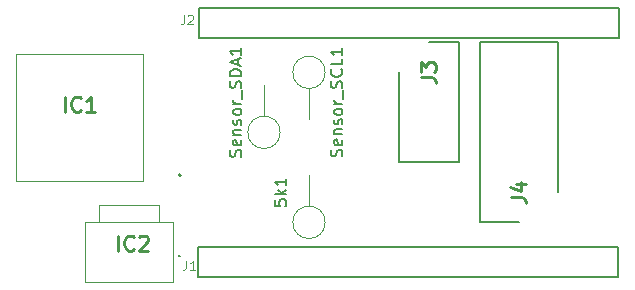
<source format=gto>
G04 #@! TF.GenerationSoftware,KiCad,Pcbnew,(5.1.6)-1*
G04 #@! TF.CreationDate,2020-05-27T17:56:15-07:00*
G04 #@! TF.ProjectId,MKRShield_v1,4d4b5253-6869-4656-9c64-5f76312e6b69,0.1*
G04 #@! TF.SameCoordinates,Original*
G04 #@! TF.FileFunction,Legend,Top*
G04 #@! TF.FilePolarity,Positive*
%FSLAX46Y46*%
G04 Gerber Fmt 4.6, Leading zero omitted, Abs format (unit mm)*
G04 Created by KiCad (PCBNEW (5.1.6)-1) date 2020-05-27 17:56:15*
%MOMM*%
%LPD*%
G01*
G04 APERTURE LIST*
%ADD10C,0.120000*%
%ADD11C,0.200000*%
%ADD12C,0.100000*%
%ADD13C,0.127000*%
%ADD14C,0.150000*%
%ADD15C,0.254000*%
%ADD16C,0.065024*%
G04 APERTURE END LIST*
D10*
X140970000Y-102770000D02*
X140970000Y-100160000D01*
X142340000Y-104140000D02*
G75*
G03*
X142340000Y-104140000I-1370000J0D01*
G01*
X144780000Y-100430000D02*
X144780000Y-103040000D01*
X146150000Y-99060000D02*
G75*
G03*
X146150000Y-99060000I-1370000J0D01*
G01*
X144780000Y-110390000D02*
X144780000Y-107780000D01*
X146150000Y-111760000D02*
G75*
G03*
X146150000Y-111760000I-1370000J0D01*
G01*
D11*
X157480000Y-96520000D02*
X154940000Y-96520000D01*
X157480000Y-106690000D02*
X157480000Y-96520000D01*
X152400000Y-106690000D02*
X157480000Y-106690000D01*
X152400000Y-99060000D02*
X152400000Y-106690000D01*
D12*
X132040000Y-110300000D02*
X132040000Y-111750000D01*
X127040000Y-110300000D02*
X132040000Y-110300000D01*
X127040000Y-111750000D02*
X127040000Y-110300000D01*
D11*
X133840000Y-114600000D02*
X133840000Y-114600000D01*
X133740000Y-114600000D02*
X133740000Y-114600000D01*
D12*
X125850000Y-116850000D02*
X125850000Y-111750000D01*
X133230000Y-116850000D02*
X125850000Y-116850000D01*
X133230000Y-111750000D02*
X133230000Y-116850000D01*
X125850000Y-111750000D02*
X133230000Y-111750000D01*
D11*
X133840000Y-114600000D02*
G75*
G02*
X133740000Y-114600000I-50000J0D01*
G01*
X133740000Y-114600000D02*
G75*
G02*
X133840000Y-114600000I50000J0D01*
G01*
X165860000Y-109220000D02*
X165860000Y-96515000D01*
X165860000Y-96515000D02*
X159260000Y-96515000D01*
X159260000Y-96515000D02*
X159260000Y-111765000D01*
X159260000Y-111765000D02*
X162560000Y-111765000D01*
X133850000Y-107670000D02*
X133850000Y-107670000D01*
X133850000Y-107870000D02*
X133850000Y-107870000D01*
D12*
X130750000Y-97470000D02*
X130750000Y-108270000D01*
X119950000Y-97470000D02*
X130750000Y-97470000D01*
X119950000Y-108270000D02*
X119950000Y-97470000D01*
X130750000Y-108270000D02*
X119950000Y-108270000D01*
D11*
X133850000Y-107870000D02*
G75*
G02*
X133850000Y-107670000I0J100000D01*
G01*
X133850000Y-107670000D02*
G75*
G02*
X133850000Y-107870000I0J-100000D01*
G01*
D13*
X135420000Y-116420000D02*
X170980000Y-116420000D01*
X170980000Y-116420000D02*
X170980000Y-113880000D01*
X170980000Y-113880000D02*
X135420000Y-113880000D01*
X135420000Y-113880000D02*
X135420000Y-116420000D01*
X171030000Y-96120000D02*
X171030000Y-93580000D01*
X135470000Y-96120000D02*
X171030000Y-96120000D01*
X135470000Y-93580000D02*
X135470000Y-96120000D01*
X171030000Y-93580000D02*
X135470000Y-93580000D01*
D14*
X139004761Y-106195238D02*
X139052380Y-106052380D01*
X139052380Y-105814285D01*
X139004761Y-105719047D01*
X138957142Y-105671428D01*
X138861904Y-105623809D01*
X138766666Y-105623809D01*
X138671428Y-105671428D01*
X138623809Y-105719047D01*
X138576190Y-105814285D01*
X138528571Y-106004761D01*
X138480952Y-106100000D01*
X138433333Y-106147619D01*
X138338095Y-106195238D01*
X138242857Y-106195238D01*
X138147619Y-106147619D01*
X138100000Y-106100000D01*
X138052380Y-106004761D01*
X138052380Y-105766666D01*
X138100000Y-105623809D01*
X139004761Y-104814285D02*
X139052380Y-104909523D01*
X139052380Y-105100000D01*
X139004761Y-105195238D01*
X138909523Y-105242857D01*
X138528571Y-105242857D01*
X138433333Y-105195238D01*
X138385714Y-105100000D01*
X138385714Y-104909523D01*
X138433333Y-104814285D01*
X138528571Y-104766666D01*
X138623809Y-104766666D01*
X138719047Y-105242857D01*
X138385714Y-104338095D02*
X139052380Y-104338095D01*
X138480952Y-104338095D02*
X138433333Y-104290476D01*
X138385714Y-104195238D01*
X138385714Y-104052380D01*
X138433333Y-103957142D01*
X138528571Y-103909523D01*
X139052380Y-103909523D01*
X139004761Y-103480952D02*
X139052380Y-103385714D01*
X139052380Y-103195238D01*
X139004761Y-103100000D01*
X138909523Y-103052380D01*
X138861904Y-103052380D01*
X138766666Y-103100000D01*
X138719047Y-103195238D01*
X138719047Y-103338095D01*
X138671428Y-103433333D01*
X138576190Y-103480952D01*
X138528571Y-103480952D01*
X138433333Y-103433333D01*
X138385714Y-103338095D01*
X138385714Y-103195238D01*
X138433333Y-103100000D01*
X139052380Y-102480952D02*
X139004761Y-102576190D01*
X138957142Y-102623809D01*
X138861904Y-102671428D01*
X138576190Y-102671428D01*
X138480952Y-102623809D01*
X138433333Y-102576190D01*
X138385714Y-102480952D01*
X138385714Y-102338095D01*
X138433333Y-102242857D01*
X138480952Y-102195238D01*
X138576190Y-102147619D01*
X138861904Y-102147619D01*
X138957142Y-102195238D01*
X139004761Y-102242857D01*
X139052380Y-102338095D01*
X139052380Y-102480952D01*
X139052380Y-101719047D02*
X138385714Y-101719047D01*
X138576190Y-101719047D02*
X138480952Y-101671428D01*
X138433333Y-101623809D01*
X138385714Y-101528571D01*
X138385714Y-101433333D01*
X139147619Y-101338095D02*
X139147619Y-100576190D01*
X139004761Y-100385714D02*
X139052380Y-100242857D01*
X139052380Y-100004761D01*
X139004761Y-99909523D01*
X138957142Y-99861904D01*
X138861904Y-99814285D01*
X138766666Y-99814285D01*
X138671428Y-99861904D01*
X138623809Y-99909523D01*
X138576190Y-100004761D01*
X138528571Y-100195238D01*
X138480952Y-100290476D01*
X138433333Y-100338095D01*
X138338095Y-100385714D01*
X138242857Y-100385714D01*
X138147619Y-100338095D01*
X138100000Y-100290476D01*
X138052380Y-100195238D01*
X138052380Y-99957142D01*
X138100000Y-99814285D01*
X139052380Y-99385714D02*
X138052380Y-99385714D01*
X138052380Y-99147619D01*
X138100000Y-99004761D01*
X138195238Y-98909523D01*
X138290476Y-98861904D01*
X138480952Y-98814285D01*
X138623809Y-98814285D01*
X138814285Y-98861904D01*
X138909523Y-98909523D01*
X139004761Y-99004761D01*
X139052380Y-99147619D01*
X139052380Y-99385714D01*
X138766666Y-98433333D02*
X138766666Y-97957142D01*
X139052380Y-98528571D02*
X138052380Y-98195238D01*
X139052380Y-97861904D01*
X139052380Y-97004761D02*
X139052380Y-97576190D01*
X139052380Y-97290476D02*
X138052380Y-97290476D01*
X138195238Y-97385714D01*
X138290476Y-97480952D01*
X138338095Y-97576190D01*
X147554761Y-106171428D02*
X147602380Y-106028571D01*
X147602380Y-105790476D01*
X147554761Y-105695238D01*
X147507142Y-105647619D01*
X147411904Y-105600000D01*
X147316666Y-105600000D01*
X147221428Y-105647619D01*
X147173809Y-105695238D01*
X147126190Y-105790476D01*
X147078571Y-105980952D01*
X147030952Y-106076190D01*
X146983333Y-106123809D01*
X146888095Y-106171428D01*
X146792857Y-106171428D01*
X146697619Y-106123809D01*
X146650000Y-106076190D01*
X146602380Y-105980952D01*
X146602380Y-105742857D01*
X146650000Y-105600000D01*
X147554761Y-104790476D02*
X147602380Y-104885714D01*
X147602380Y-105076190D01*
X147554761Y-105171428D01*
X147459523Y-105219047D01*
X147078571Y-105219047D01*
X146983333Y-105171428D01*
X146935714Y-105076190D01*
X146935714Y-104885714D01*
X146983333Y-104790476D01*
X147078571Y-104742857D01*
X147173809Y-104742857D01*
X147269047Y-105219047D01*
X146935714Y-104314285D02*
X147602380Y-104314285D01*
X147030952Y-104314285D02*
X146983333Y-104266666D01*
X146935714Y-104171428D01*
X146935714Y-104028571D01*
X146983333Y-103933333D01*
X147078571Y-103885714D01*
X147602380Y-103885714D01*
X147554761Y-103457142D02*
X147602380Y-103361904D01*
X147602380Y-103171428D01*
X147554761Y-103076190D01*
X147459523Y-103028571D01*
X147411904Y-103028571D01*
X147316666Y-103076190D01*
X147269047Y-103171428D01*
X147269047Y-103314285D01*
X147221428Y-103409523D01*
X147126190Y-103457142D01*
X147078571Y-103457142D01*
X146983333Y-103409523D01*
X146935714Y-103314285D01*
X146935714Y-103171428D01*
X146983333Y-103076190D01*
X147602380Y-102457142D02*
X147554761Y-102552380D01*
X147507142Y-102600000D01*
X147411904Y-102647619D01*
X147126190Y-102647619D01*
X147030952Y-102600000D01*
X146983333Y-102552380D01*
X146935714Y-102457142D01*
X146935714Y-102314285D01*
X146983333Y-102219047D01*
X147030952Y-102171428D01*
X147126190Y-102123809D01*
X147411904Y-102123809D01*
X147507142Y-102171428D01*
X147554761Y-102219047D01*
X147602380Y-102314285D01*
X147602380Y-102457142D01*
X147602380Y-101695238D02*
X146935714Y-101695238D01*
X147126190Y-101695238D02*
X147030952Y-101647619D01*
X146983333Y-101600000D01*
X146935714Y-101504761D01*
X146935714Y-101409523D01*
X147697619Y-101314285D02*
X147697619Y-100552380D01*
X147554761Y-100361904D02*
X147602380Y-100219047D01*
X147602380Y-99980952D01*
X147554761Y-99885714D01*
X147507142Y-99838095D01*
X147411904Y-99790476D01*
X147316666Y-99790476D01*
X147221428Y-99838095D01*
X147173809Y-99885714D01*
X147126190Y-99980952D01*
X147078571Y-100171428D01*
X147030952Y-100266666D01*
X146983333Y-100314285D01*
X146888095Y-100361904D01*
X146792857Y-100361904D01*
X146697619Y-100314285D01*
X146650000Y-100266666D01*
X146602380Y-100171428D01*
X146602380Y-99933333D01*
X146650000Y-99790476D01*
X147507142Y-98790476D02*
X147554761Y-98838095D01*
X147602380Y-98980952D01*
X147602380Y-99076190D01*
X147554761Y-99219047D01*
X147459523Y-99314285D01*
X147364285Y-99361904D01*
X147173809Y-99409523D01*
X147030952Y-99409523D01*
X146840476Y-99361904D01*
X146745238Y-99314285D01*
X146650000Y-99219047D01*
X146602380Y-99076190D01*
X146602380Y-98980952D01*
X146650000Y-98838095D01*
X146697619Y-98790476D01*
X147602380Y-97885714D02*
X147602380Y-98361904D01*
X146602380Y-98361904D01*
X147602380Y-97028571D02*
X147602380Y-97600000D01*
X147602380Y-97314285D02*
X146602380Y-97314285D01*
X146745238Y-97409523D01*
X146840476Y-97504761D01*
X146888095Y-97600000D01*
X141862380Y-109862857D02*
X141862380Y-110339047D01*
X142338571Y-110386666D01*
X142290952Y-110339047D01*
X142243333Y-110243809D01*
X142243333Y-110005714D01*
X142290952Y-109910476D01*
X142338571Y-109862857D01*
X142433809Y-109815238D01*
X142671904Y-109815238D01*
X142767142Y-109862857D01*
X142814761Y-109910476D01*
X142862380Y-110005714D01*
X142862380Y-110243809D01*
X142814761Y-110339047D01*
X142767142Y-110386666D01*
X142862380Y-109386666D02*
X141862380Y-109386666D01*
X142481428Y-109291428D02*
X142862380Y-109005714D01*
X142195714Y-109005714D02*
X142576666Y-109386666D01*
X142862380Y-108053333D02*
X142862380Y-108624761D01*
X142862380Y-108339047D02*
X141862380Y-108339047D01*
X142005238Y-108434285D01*
X142100476Y-108529523D01*
X142148095Y-108624761D01*
D15*
X154244523Y-99483333D02*
X155151666Y-99483333D01*
X155333095Y-99543809D01*
X155454047Y-99664761D01*
X155514523Y-99846190D01*
X155514523Y-99967142D01*
X154244523Y-98999523D02*
X154244523Y-98213333D01*
X154728333Y-98636666D01*
X154728333Y-98455238D01*
X154788809Y-98334285D01*
X154849285Y-98273809D01*
X154970238Y-98213333D01*
X155272619Y-98213333D01*
X155393571Y-98273809D01*
X155454047Y-98334285D01*
X155514523Y-98455238D01*
X155514523Y-98818095D01*
X155454047Y-98939047D01*
X155393571Y-98999523D01*
X128605238Y-114149523D02*
X128605238Y-112879523D01*
X129935714Y-114028571D02*
X129875238Y-114089047D01*
X129693809Y-114149523D01*
X129572857Y-114149523D01*
X129391428Y-114089047D01*
X129270476Y-113968095D01*
X129210000Y-113847142D01*
X129149523Y-113605238D01*
X129149523Y-113423809D01*
X129210000Y-113181904D01*
X129270476Y-113060952D01*
X129391428Y-112940000D01*
X129572857Y-112879523D01*
X129693809Y-112879523D01*
X129875238Y-112940000D01*
X129935714Y-113000476D01*
X130419523Y-113000476D02*
X130480000Y-112940000D01*
X130600952Y-112879523D01*
X130903333Y-112879523D01*
X131024285Y-112940000D01*
X131084761Y-113000476D01*
X131145238Y-113121428D01*
X131145238Y-113242380D01*
X131084761Y-113423809D01*
X130359047Y-114149523D01*
X131145238Y-114149523D01*
X161864523Y-109643333D02*
X162771666Y-109643333D01*
X162953095Y-109703809D01*
X163074047Y-109824761D01*
X163134523Y-110006190D01*
X163134523Y-110127142D01*
X162287857Y-108494285D02*
X163134523Y-108494285D01*
X161804047Y-108796666D02*
X162711190Y-109099047D01*
X162711190Y-108312857D01*
X124110238Y-102389523D02*
X124110238Y-101119523D01*
X125440714Y-102268571D02*
X125380238Y-102329047D01*
X125198809Y-102389523D01*
X125077857Y-102389523D01*
X124896428Y-102329047D01*
X124775476Y-102208095D01*
X124715000Y-102087142D01*
X124654523Y-101845238D01*
X124654523Y-101663809D01*
X124715000Y-101421904D01*
X124775476Y-101300952D01*
X124896428Y-101180000D01*
X125077857Y-101119523D01*
X125198809Y-101119523D01*
X125380238Y-101180000D01*
X125440714Y-101240476D01*
X126650238Y-102389523D02*
X125924523Y-102389523D01*
X126287380Y-102389523D02*
X126287380Y-101119523D01*
X126166428Y-101300952D01*
X126045476Y-101421904D01*
X125924523Y-101482380D01*
D14*
D16*
X134396730Y-114991070D02*
X134396730Y-115542613D01*
X134359960Y-115652921D01*
X134286421Y-115726460D01*
X134176113Y-115763230D01*
X134102574Y-115763230D01*
X135168890Y-115763230D02*
X134727656Y-115763230D01*
X134948273Y-115763230D02*
X134948273Y-114991070D01*
X134874734Y-115101379D01*
X134801195Y-115174918D01*
X134727656Y-115211687D01*
X134196730Y-94191070D02*
X134196730Y-94742613D01*
X134159960Y-94852921D01*
X134086421Y-94926460D01*
X133976113Y-94963230D01*
X133902574Y-94963230D01*
X134527656Y-94264609D02*
X134564425Y-94227840D01*
X134637964Y-94191070D01*
X134821812Y-94191070D01*
X134895351Y-94227840D01*
X134932120Y-94264609D01*
X134968890Y-94338148D01*
X134968890Y-94411687D01*
X134932120Y-94521996D01*
X134490886Y-94963230D01*
X134968890Y-94963230D01*
M02*

</source>
